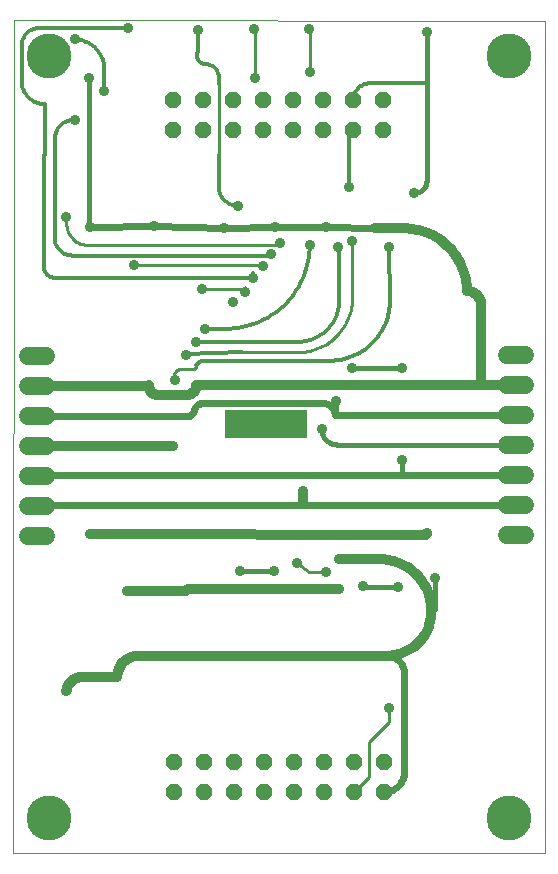
<source format=gbl>
G75*
G70*
%OFA0B0*%
%FSLAX24Y24*%
%IPPOS*%
%LPD*%
%AMOC8*
5,1,8,0,0,1.08239X$1,22.5*
%
%ADD10C,0.0000*%
%ADD11OC8,0.0560*%
%ADD12C,0.0600*%
%ADD13C,0.0436*%
%ADD14R,0.2756X0.0925*%
%ADD15C,0.1502*%
%ADD16C,0.0356*%
%ADD17C,0.0320*%
%ADD18C,0.0160*%
%ADD19C,0.0240*%
%ADD20C,0.0100*%
%ADD21C,0.0120*%
D10*
X001415Y000100D02*
X001454Y027856D01*
X019132Y027844D01*
X019132Y000100D01*
X001415Y000100D01*
D11*
X006769Y002155D03*
X006769Y003155D03*
X007769Y003155D03*
X007769Y002155D03*
X008769Y002155D03*
X008769Y003155D03*
X009769Y003155D03*
X009769Y002155D03*
X010769Y002155D03*
X010769Y003155D03*
X011769Y003155D03*
X011769Y002155D03*
X012769Y002155D03*
X012769Y003155D03*
X013769Y003155D03*
X013769Y002155D03*
X013754Y024198D03*
X013754Y025198D03*
X012754Y025198D03*
X012754Y024198D03*
X011754Y024198D03*
X011754Y025198D03*
X010754Y025198D03*
X010754Y024198D03*
X009754Y024198D03*
X009754Y025198D03*
X008754Y025198D03*
X008754Y024198D03*
X007754Y024198D03*
X007754Y025198D03*
X006754Y025198D03*
X006754Y024198D03*
D12*
X002502Y016683D02*
X001902Y016683D01*
X001902Y015683D02*
X002502Y015683D01*
X002502Y014683D02*
X001902Y014683D01*
X001902Y013683D02*
X002502Y013683D01*
X002502Y012683D02*
X001902Y012683D01*
X001902Y011683D02*
X002502Y011683D01*
X002502Y010683D02*
X001902Y010683D01*
X017887Y010722D02*
X018487Y010722D01*
X018487Y011722D02*
X017887Y011722D01*
X017887Y012722D02*
X018487Y012722D01*
X018487Y013722D02*
X017887Y013722D01*
X017887Y014722D02*
X018487Y014722D01*
X018487Y015722D02*
X017887Y015722D01*
X017887Y016722D02*
X018487Y016722D01*
D13*
X010628Y014588D03*
X010628Y014194D03*
X010037Y014194D03*
X010037Y014588D03*
X009446Y014588D03*
X009446Y014194D03*
X008856Y014194D03*
X008856Y014588D03*
D14*
X009840Y014391D03*
D15*
X002596Y026675D03*
X017950Y026675D03*
X017950Y001281D03*
X002596Y001281D03*
D16*
X003187Y005494D03*
X004880Y005966D03*
X006494Y006675D03*
X008029Y006675D03*
X007242Y008919D03*
X009013Y008919D03*
X008974Y009509D03*
X010116Y009509D03*
X010706Y008919D03*
X010864Y009785D03*
X011848Y009470D03*
X012281Y009903D03*
X012281Y008919D03*
X013069Y008998D03*
X014250Y008958D03*
X015470Y009273D03*
X015194Y010769D03*
X014368Y013210D03*
X014368Y016281D03*
X012714Y016281D03*
X012163Y015179D03*
X011691Y014234D03*
X011061Y012187D03*
X007517Y017147D03*
X007793Y017580D03*
X007163Y016714D03*
X006809Y015887D03*
X006730Y013683D03*
X003974Y010730D03*
X005194Y008840D03*
X009722Y006675D03*
X011336Y006675D03*
X013029Y006675D03*
X013935Y004943D03*
X008738Y018486D03*
X009132Y018801D03*
X009407Y019273D03*
X009722Y019667D03*
X009998Y020061D03*
X010313Y020454D03*
X010155Y020966D03*
X011297Y020376D03*
X011848Y020966D03*
X012242Y020297D03*
X012714Y020494D03*
X013462Y020927D03*
X013935Y020297D03*
X014761Y022108D03*
X012596Y022305D03*
X011297Y026124D03*
X011257Y027580D03*
X009446Y027580D03*
X009486Y025927D03*
X007557Y027541D03*
X005234Y027620D03*
X003935Y025927D03*
X004446Y025494D03*
X003462Y024549D03*
X003462Y027226D03*
X003187Y021320D03*
X003974Y020966D03*
X005431Y019706D03*
X006100Y021006D03*
X007714Y018919D03*
X008423Y020927D03*
X008895Y021675D03*
X015194Y027462D03*
X016533Y018840D03*
D17*
X016574Y018838D01*
X016615Y018833D01*
X016655Y018824D01*
X016694Y018812D01*
X016732Y018796D01*
X016769Y018777D01*
X016804Y018755D01*
X016836Y018730D01*
X016867Y018702D01*
X016895Y018671D01*
X016920Y018639D01*
X016942Y018604D01*
X016961Y018567D01*
X016977Y018529D01*
X016989Y018490D01*
X016998Y018450D01*
X017003Y018409D01*
X017005Y018368D01*
X017006Y018368D02*
X017006Y015722D01*
X018187Y015722D01*
X017006Y015722D02*
X007517Y015722D01*
X007517Y015691D01*
X007515Y015658D01*
X007510Y015626D01*
X007502Y015594D01*
X007490Y015563D01*
X007475Y015534D01*
X007457Y015506D01*
X007436Y015480D01*
X007413Y015457D01*
X007387Y015436D01*
X007360Y015418D01*
X007330Y015403D01*
X007299Y015391D01*
X007267Y015383D01*
X007235Y015378D01*
X007202Y015376D01*
X006218Y015376D01*
X006218Y015375D02*
X006187Y015377D01*
X006157Y015382D01*
X006127Y015390D01*
X006098Y015402D01*
X006071Y015417D01*
X006046Y015435D01*
X006023Y015456D01*
X006002Y015479D01*
X005984Y015504D01*
X005969Y015531D01*
X005957Y015560D01*
X005949Y015590D01*
X005944Y015620D01*
X005942Y015651D01*
X005943Y015651D02*
X005943Y015691D01*
X005942Y015687D01*
X005939Y015684D01*
X005935Y015683D01*
X002202Y015683D01*
X002202Y013683D02*
X006730Y013683D01*
X003974Y010730D02*
X015116Y010691D01*
X015116Y010690D02*
X015131Y010692D01*
X015146Y010696D01*
X015160Y010703D01*
X015172Y010713D01*
X015182Y010725D01*
X015189Y010739D01*
X015193Y010754D01*
X015195Y010769D01*
X013620Y009903D02*
X012281Y009903D01*
X012281Y008919D02*
X010706Y008919D01*
X009013Y008919D01*
X007242Y008919D01*
X007163Y008840D02*
X005194Y008840D01*
X005588Y006675D02*
X006494Y006675D01*
X008029Y006675D01*
X009722Y006675D01*
X011336Y006675D01*
X013029Y006675D01*
X013856Y006675D01*
X013932Y006677D01*
X014007Y006683D01*
X014083Y006692D01*
X014157Y006706D01*
X014231Y006723D01*
X014304Y006744D01*
X014376Y006768D01*
X014446Y006796D01*
X014515Y006828D01*
X014582Y006863D01*
X014647Y006901D01*
X014711Y006943D01*
X014772Y006988D01*
X014830Y007036D01*
X014887Y007087D01*
X014940Y007140D01*
X014991Y007197D01*
X015039Y007255D01*
X015084Y007316D01*
X015126Y007380D01*
X015164Y007445D01*
X015199Y007512D01*
X015231Y007581D01*
X015259Y007651D01*
X015283Y007723D01*
X015304Y007796D01*
X015321Y007870D01*
X015335Y007944D01*
X015344Y008020D01*
X015350Y008095D01*
X015352Y008171D01*
X015350Y008253D01*
X015344Y008336D01*
X015334Y008417D01*
X015321Y008499D01*
X015303Y008579D01*
X015282Y008659D01*
X015257Y008737D01*
X015228Y008815D01*
X015195Y008890D01*
X015159Y008965D01*
X015120Y009037D01*
X015077Y009107D01*
X015031Y009176D01*
X014981Y009242D01*
X014929Y009305D01*
X014874Y009366D01*
X014815Y009425D01*
X014754Y009480D01*
X014691Y009532D01*
X014625Y009582D01*
X014556Y009628D01*
X014486Y009671D01*
X014414Y009710D01*
X014339Y009746D01*
X014264Y009779D01*
X014186Y009808D01*
X014108Y009833D01*
X014028Y009854D01*
X013948Y009872D01*
X013866Y009885D01*
X013785Y009895D01*
X013702Y009901D01*
X013620Y009903D01*
X011061Y011761D02*
X011061Y012187D01*
X016533Y018840D02*
X016531Y018939D01*
X016524Y019038D01*
X016512Y019137D01*
X016495Y019235D01*
X016474Y019332D01*
X016448Y019428D01*
X016418Y019523D01*
X016384Y019616D01*
X016344Y019707D01*
X016301Y019796D01*
X016253Y019884D01*
X016202Y019968D01*
X016146Y020051D01*
X016086Y020130D01*
X016023Y020207D01*
X015956Y020280D01*
X015886Y020350D01*
X015813Y020417D01*
X015736Y020480D01*
X015657Y020540D01*
X015574Y020596D01*
X015490Y020647D01*
X015402Y020695D01*
X015313Y020738D01*
X015222Y020778D01*
X015129Y020812D01*
X015034Y020842D01*
X014938Y020868D01*
X014841Y020889D01*
X014743Y020906D01*
X014644Y020918D01*
X014545Y020925D01*
X014446Y020927D01*
X013462Y020927D01*
X005588Y006675D02*
X005537Y006673D01*
X005487Y006668D01*
X005437Y006659D01*
X005388Y006646D01*
X005340Y006630D01*
X005293Y006611D01*
X005248Y006588D01*
X005205Y006562D01*
X005163Y006534D01*
X005124Y006502D01*
X005087Y006467D01*
X005052Y006430D01*
X005020Y006391D01*
X004992Y006349D01*
X004966Y006306D01*
X004943Y006261D01*
X004924Y006214D01*
X004908Y006166D01*
X004895Y006117D01*
X004886Y006067D01*
X004881Y006017D01*
X004879Y005966D01*
X004880Y005966D02*
X003777Y005966D01*
X003777Y005967D02*
X003733Y005970D01*
X003689Y005969D01*
X003645Y005965D01*
X003601Y005957D01*
X003559Y005946D01*
X003517Y005931D01*
X003477Y005912D01*
X003438Y005891D01*
X003401Y005866D01*
X003367Y005839D01*
X003335Y005808D01*
X003305Y005775D01*
X003278Y005740D01*
X003255Y005703D01*
X003234Y005664D01*
X003217Y005623D01*
X003203Y005581D01*
X003193Y005538D01*
X003186Y005494D01*
D18*
X007163Y008840D02*
X007242Y008919D01*
X008974Y009509D02*
X010116Y009509D01*
X013069Y008998D02*
X013070Y008988D01*
X013074Y008979D01*
X013080Y008970D01*
X013089Y008964D01*
X013098Y008960D01*
X013108Y008959D01*
X013108Y008958D02*
X014250Y008958D01*
X015470Y009273D02*
X015470Y008289D01*
X015468Y008269D01*
X015463Y008249D01*
X015454Y008230D01*
X015442Y008213D01*
X015428Y008199D01*
X015411Y008187D01*
X015392Y008178D01*
X015372Y008173D01*
X015352Y008171D01*
X014368Y012722D02*
X014368Y013210D01*
X012202Y013722D02*
X018187Y013722D01*
X014368Y016281D02*
X012714Y016281D01*
X012163Y015179D02*
X012163Y014761D01*
X011690Y014234D02*
X011692Y014192D01*
X011697Y014150D01*
X011706Y014108D01*
X011718Y014068D01*
X011733Y014028D01*
X011752Y013990D01*
X011773Y013954D01*
X011798Y013920D01*
X011825Y013887D01*
X011855Y013857D01*
X011888Y013830D01*
X011922Y013805D01*
X011958Y013784D01*
X011996Y013765D01*
X012036Y013750D01*
X012076Y013738D01*
X012118Y013729D01*
X012160Y013724D01*
X012202Y013722D01*
X014761Y022108D02*
X014801Y022110D01*
X014841Y022115D01*
X014879Y022125D01*
X014917Y022137D01*
X014954Y022153D01*
X014989Y022173D01*
X015022Y022195D01*
X015053Y022221D01*
X015081Y022249D01*
X015107Y022280D01*
X015129Y022313D01*
X015149Y022348D01*
X015165Y022385D01*
X015177Y022423D01*
X015187Y022461D01*
X015192Y022501D01*
X015194Y022541D01*
X015194Y025769D01*
X015194Y027462D01*
X003935Y025927D02*
X003935Y021006D01*
X003936Y020996D01*
X003940Y020987D01*
X003946Y020978D01*
X003955Y020972D01*
X003964Y020968D01*
X003974Y020967D01*
D19*
X003974Y020966D02*
X006100Y021006D01*
X008423Y020927D01*
X010155Y020966D01*
X011848Y020966D01*
X013462Y020927D01*
X011746Y015100D02*
X007714Y015100D01*
X007683Y015098D01*
X007653Y015093D01*
X007623Y015085D01*
X007594Y015073D01*
X007567Y015058D01*
X007542Y015040D01*
X007519Y015019D01*
X007498Y014996D01*
X007480Y014971D01*
X007465Y014944D01*
X007453Y014915D01*
X007445Y014885D01*
X007440Y014855D01*
X007438Y014824D01*
X007439Y014824D02*
X007297Y014683D01*
X002202Y014683D01*
X002202Y014722D01*
X002202Y012722D02*
X002202Y012683D01*
X002202Y012722D02*
X014368Y012722D01*
X014604Y012722D01*
X018187Y012722D01*
X018187Y011722D02*
X011100Y011722D01*
X002202Y011722D01*
X002202Y011683D01*
X011746Y015100D02*
X011783Y015098D01*
X011820Y015093D01*
X011856Y015084D01*
X011891Y015071D01*
X011924Y015055D01*
X011956Y015036D01*
X011986Y015014D01*
X012013Y014989D01*
X012038Y014962D01*
X012060Y014932D01*
X012079Y014900D01*
X012095Y014867D01*
X012108Y014832D01*
X012117Y014796D01*
X012122Y014759D01*
X012124Y014722D01*
X018187Y014722D01*
X014446Y006084D02*
X014446Y002832D01*
X014444Y002781D01*
X014438Y002731D01*
X014429Y002681D01*
X014416Y002632D01*
X014399Y002585D01*
X014379Y002538D01*
X014355Y002494D01*
X014328Y002451D01*
X014298Y002410D01*
X014265Y002372D01*
X014229Y002336D01*
X014191Y002303D01*
X014150Y002273D01*
X014108Y002246D01*
X014063Y002222D01*
X014016Y002202D01*
X013969Y002185D01*
X013920Y002172D01*
X013870Y002163D01*
X013820Y002157D01*
X013769Y002155D01*
X014447Y006084D02*
X014445Y006130D01*
X014440Y006176D01*
X014431Y006222D01*
X014418Y006267D01*
X014402Y006310D01*
X014383Y006352D01*
X014360Y006393D01*
X014334Y006431D01*
X014305Y006468D01*
X014274Y006502D01*
X014240Y006533D01*
X014203Y006562D01*
X014165Y006588D01*
X014124Y006611D01*
X014082Y006630D01*
X014039Y006646D01*
X013994Y006659D01*
X013948Y006668D01*
X013902Y006673D01*
X013856Y006675D01*
D20*
X013935Y004943D02*
X013935Y004470D01*
X013265Y003801D01*
X013265Y002651D01*
X012769Y002155D01*
X011848Y009470D02*
X011257Y009470D01*
X010864Y009785D01*
X011100Y011722D02*
X011090Y011723D01*
X011081Y011727D01*
X011072Y011733D01*
X011066Y011742D01*
X011062Y011751D01*
X011061Y011761D01*
X012124Y014722D02*
X012134Y014723D01*
X012144Y014727D01*
X012152Y014733D01*
X012158Y014742D01*
X012162Y014751D01*
X012163Y014761D01*
X010864Y016793D02*
X009053Y016793D01*
X008738Y018486D02*
X008738Y018525D01*
X008739Y018535D01*
X008743Y018545D01*
X008749Y018553D01*
X008758Y018559D01*
X008767Y018563D01*
X008777Y018564D01*
X009132Y018801D02*
X009132Y018958D01*
X009131Y018958D02*
X009130Y018948D01*
X009126Y018939D01*
X009120Y018930D01*
X009112Y018924D01*
X009102Y018920D01*
X009092Y018919D01*
X007714Y018919D01*
X007793Y017620D02*
X007793Y017580D01*
X007163Y016754D02*
X007163Y016714D01*
X007517Y016360D02*
X007515Y016340D01*
X007510Y016320D01*
X007501Y016301D01*
X007489Y016284D01*
X007475Y016270D01*
X007458Y016258D01*
X007439Y016249D01*
X007419Y016244D01*
X007399Y016242D01*
X007006Y016242D01*
X006978Y016240D01*
X006950Y016235D01*
X006922Y016227D01*
X006896Y016215D01*
X006872Y016200D01*
X006850Y016183D01*
X006829Y016162D01*
X006812Y016140D01*
X006797Y016116D01*
X006785Y016090D01*
X006777Y016062D01*
X006772Y016034D01*
X006770Y016006D01*
X006769Y016006D02*
X006769Y015927D01*
X006809Y015887D01*
X005431Y019706D02*
X009722Y019706D01*
X009722Y019667D01*
X009998Y020061D02*
X009998Y020100D01*
X009999Y020110D01*
X010003Y020120D01*
X010009Y020128D01*
X010018Y020134D01*
X010027Y020138D01*
X010037Y020139D01*
X010155Y020376D02*
X003895Y020376D01*
X003895Y020375D02*
X003844Y020377D01*
X003794Y020382D01*
X003744Y020391D01*
X003695Y020404D01*
X003647Y020420D01*
X003600Y020439D01*
X003555Y020462D01*
X003512Y020488D01*
X003470Y020516D01*
X003431Y020548D01*
X003394Y020583D01*
X003359Y020620D01*
X003327Y020659D01*
X003299Y020701D01*
X003273Y020744D01*
X003250Y020789D01*
X003231Y020836D01*
X003215Y020884D01*
X003202Y020933D01*
X003193Y020983D01*
X003188Y021033D01*
X003186Y021084D01*
X003187Y021084D02*
X003187Y021320D01*
X008265Y023368D02*
X008265Y025730D01*
X009486Y025927D02*
X009486Y027541D01*
X009485Y027541D02*
X009484Y027551D01*
X009480Y027561D01*
X009474Y027569D01*
X009466Y027575D01*
X009456Y027579D01*
X009446Y027580D01*
X011257Y027580D02*
X011297Y027620D01*
X011297Y026124D01*
X010273Y020494D02*
X010271Y020474D01*
X010266Y020454D01*
X010257Y020435D01*
X010245Y020418D01*
X010231Y020404D01*
X010214Y020392D01*
X010195Y020383D01*
X010175Y020378D01*
X010155Y020376D01*
X010273Y020493D02*
X010283Y020492D01*
X010293Y020488D01*
X010301Y020482D01*
X010307Y020474D01*
X010311Y020464D01*
X010312Y020454D01*
X009407Y019431D02*
X009407Y019273D01*
X010864Y016793D02*
X010952Y016795D01*
X011040Y016801D01*
X011127Y016812D01*
X011214Y016826D01*
X011300Y016845D01*
X011385Y016868D01*
X011469Y016895D01*
X011552Y016926D01*
X011633Y016960D01*
X011712Y016999D01*
X011789Y017041D01*
X011864Y017087D01*
X011937Y017136D01*
X012008Y017189D01*
X012075Y017245D01*
X012141Y017304D01*
X012203Y017366D01*
X012262Y017432D01*
X012318Y017499D01*
X012371Y017570D01*
X012420Y017643D01*
X012466Y017718D01*
X012508Y017795D01*
X012547Y017874D01*
X012581Y017955D01*
X012612Y018038D01*
X012639Y018122D01*
X012662Y018207D01*
X012681Y018293D01*
X012695Y018380D01*
X012706Y018467D01*
X012712Y018555D01*
X012714Y018643D01*
X012714Y020494D01*
X014368Y012722D02*
X014386Y012706D01*
X014406Y012693D01*
X014428Y012684D01*
X014451Y012677D01*
X014474Y012673D01*
X014498Y012673D01*
X014521Y012677D01*
X014544Y012684D01*
X014566Y012693D01*
X014586Y012706D01*
X014604Y012722D01*
D21*
X011966Y016517D02*
X007675Y016517D01*
X007517Y016360D01*
X007163Y016754D02*
X009053Y016793D01*
X008502Y017580D02*
X007793Y017580D01*
X007517Y017147D02*
X010903Y017147D01*
X010975Y017149D01*
X011047Y017155D01*
X011119Y017164D01*
X011190Y017177D01*
X011260Y017194D01*
X011329Y017214D01*
X011397Y017239D01*
X011463Y017266D01*
X011529Y017297D01*
X011592Y017332D01*
X011654Y017369D01*
X011713Y017410D01*
X011770Y017454D01*
X011825Y017501D01*
X011877Y017551D01*
X011927Y017603D01*
X011974Y017658D01*
X012018Y017715D01*
X012059Y017774D01*
X012096Y017836D01*
X012131Y017899D01*
X012162Y017965D01*
X012189Y018031D01*
X012214Y018099D01*
X012234Y018168D01*
X012251Y018238D01*
X012264Y018309D01*
X012273Y018381D01*
X012279Y018453D01*
X012281Y018525D01*
X012281Y020257D01*
X012280Y020267D01*
X012276Y020277D01*
X012270Y020285D01*
X012262Y020291D01*
X012252Y020295D01*
X012242Y020296D01*
X013974Y018525D02*
X013972Y018429D01*
X013965Y018334D01*
X013954Y018239D01*
X013938Y018145D01*
X013917Y018052D01*
X013893Y017959D01*
X013864Y017868D01*
X013830Y017779D01*
X013793Y017691D01*
X013751Y017605D01*
X013705Y017521D01*
X013655Y017439D01*
X013602Y017360D01*
X013544Y017284D01*
X013484Y017210D01*
X013419Y017139D01*
X013352Y017072D01*
X013281Y017007D01*
X013207Y016947D01*
X013131Y016889D01*
X013052Y016836D01*
X012970Y016786D01*
X012886Y016740D01*
X012800Y016698D01*
X012712Y016661D01*
X012623Y016627D01*
X012532Y016598D01*
X012439Y016574D01*
X012346Y016553D01*
X012252Y016537D01*
X012157Y016526D01*
X012062Y016519D01*
X011966Y016517D01*
X013974Y018525D02*
X013935Y020297D01*
X012596Y022305D02*
X012596Y024041D01*
X012754Y024198D01*
X012753Y025198D02*
X012755Y025243D01*
X012760Y025287D01*
X012769Y025331D01*
X012781Y025374D01*
X012796Y025417D01*
X012815Y025457D01*
X012837Y025496D01*
X012862Y025534D01*
X012890Y025569D01*
X012920Y025602D01*
X012953Y025632D01*
X012988Y025660D01*
X013026Y025685D01*
X013065Y025707D01*
X013105Y025726D01*
X013148Y025741D01*
X013191Y025753D01*
X013235Y025762D01*
X013279Y025767D01*
X013324Y025769D01*
X015194Y025769D01*
X010037Y020139D02*
X010035Y020119D01*
X010030Y020099D01*
X010021Y020080D01*
X010009Y020063D01*
X009995Y020049D01*
X009978Y020037D01*
X009959Y020028D01*
X009939Y020023D01*
X009919Y020021D01*
X003383Y020021D01*
X003337Y020023D01*
X003291Y020028D01*
X003245Y020037D01*
X003200Y020050D01*
X003157Y020066D01*
X003115Y020085D01*
X003074Y020108D01*
X003036Y020134D01*
X002999Y020163D01*
X002965Y020194D01*
X002934Y020228D01*
X002905Y020265D01*
X002879Y020303D01*
X002856Y020344D01*
X002837Y020386D01*
X002821Y020429D01*
X002808Y020474D01*
X002799Y020520D01*
X002794Y020566D01*
X002792Y020612D01*
X002793Y020612D02*
X002793Y023880D01*
X002478Y023407D02*
X002478Y025061D01*
X002424Y025063D01*
X002371Y025068D01*
X002318Y025077D01*
X002266Y025090D01*
X002214Y025106D01*
X002164Y025126D01*
X002116Y025149D01*
X002069Y025176D01*
X002024Y025205D01*
X001981Y025238D01*
X001941Y025273D01*
X001903Y025311D01*
X001868Y025351D01*
X001835Y025394D01*
X001806Y025439D01*
X001779Y025486D01*
X001756Y025534D01*
X001736Y025584D01*
X001720Y025636D01*
X001707Y025688D01*
X001698Y025741D01*
X001693Y025794D01*
X001691Y025848D01*
X001691Y026990D01*
X001690Y026990D02*
X001692Y027039D01*
X001698Y027089D01*
X001707Y027137D01*
X001721Y027185D01*
X001738Y027231D01*
X001759Y027276D01*
X001783Y027319D01*
X001810Y027360D01*
X001841Y027399D01*
X001875Y027435D01*
X001911Y027469D01*
X001950Y027500D01*
X001991Y027527D01*
X002034Y027551D01*
X002079Y027572D01*
X002125Y027589D01*
X002173Y027603D01*
X002221Y027612D01*
X002271Y027618D01*
X002320Y027620D01*
X005234Y027620D01*
X004446Y026202D02*
X004446Y025494D01*
X004447Y026202D02*
X004446Y026263D01*
X004442Y026323D01*
X004434Y026384D01*
X004422Y026443D01*
X004407Y026502D01*
X004389Y026560D01*
X004366Y026616D01*
X004341Y026671D01*
X004312Y026724D01*
X004280Y026776D01*
X004245Y026826D01*
X004207Y026873D01*
X004167Y026918D01*
X004123Y026960D01*
X004078Y027000D01*
X004029Y027037D01*
X003979Y027071D01*
X003927Y027102D01*
X003873Y027129D01*
X003817Y027154D01*
X003760Y027174D01*
X003702Y027192D01*
X003643Y027206D01*
X003584Y027216D01*
X003523Y027223D01*
X003463Y027226D01*
X003462Y024549D02*
X003412Y024547D01*
X003362Y024542D01*
X003313Y024532D01*
X003265Y024519D01*
X003218Y024503D01*
X003172Y024483D01*
X003128Y024459D01*
X003085Y024433D01*
X003045Y024403D01*
X003007Y024370D01*
X002972Y024335D01*
X002939Y024297D01*
X002909Y024257D01*
X002883Y024215D01*
X002859Y024170D01*
X002839Y024124D01*
X002823Y024077D01*
X002810Y024029D01*
X002800Y023980D01*
X002795Y023930D01*
X002793Y023880D01*
X002478Y023407D02*
X002477Y023397D01*
X002473Y023388D01*
X002467Y023379D01*
X002459Y023373D01*
X002449Y023369D01*
X002439Y023368D01*
X002439Y019667D01*
X002438Y019667D02*
X002440Y019628D01*
X002446Y019590D01*
X002455Y019553D01*
X002468Y019516D01*
X002485Y019481D01*
X002504Y019448D01*
X002527Y019417D01*
X002553Y019388D01*
X002582Y019362D01*
X002613Y019339D01*
X002646Y019320D01*
X002681Y019303D01*
X002718Y019290D01*
X002755Y019281D01*
X002793Y019275D01*
X002832Y019273D01*
X009250Y019273D01*
X009250Y019274D02*
X009272Y019276D01*
X009294Y019280D01*
X009315Y019288D01*
X009335Y019299D01*
X009353Y019312D01*
X009369Y019328D01*
X009382Y019346D01*
X009393Y019366D01*
X009401Y019387D01*
X009405Y019409D01*
X009407Y019431D01*
X008502Y017581D02*
X008635Y017584D01*
X008768Y017594D01*
X008900Y017609D01*
X009031Y017632D01*
X009161Y017660D01*
X009289Y017694D01*
X009416Y017735D01*
X009541Y017781D01*
X009663Y017834D01*
X009783Y017892D01*
X009900Y017955D01*
X010013Y018025D01*
X010123Y018099D01*
X010230Y018179D01*
X010332Y018264D01*
X010431Y018353D01*
X010525Y018447D01*
X010614Y018546D01*
X010699Y018648D01*
X010779Y018755D01*
X010853Y018865D01*
X010923Y018979D01*
X010986Y019095D01*
X011044Y019215D01*
X011097Y019337D01*
X011143Y019462D01*
X011184Y019589D01*
X011218Y019717D01*
X011246Y019847D01*
X011269Y019978D01*
X011284Y020110D01*
X011294Y020243D01*
X011297Y020376D01*
X008895Y021675D02*
X008846Y021677D01*
X008796Y021683D01*
X008748Y021692D01*
X008700Y021706D01*
X008654Y021723D01*
X008609Y021744D01*
X008566Y021768D01*
X008525Y021795D01*
X008486Y021826D01*
X008450Y021860D01*
X008416Y021896D01*
X008385Y021935D01*
X008358Y021976D01*
X008334Y022019D01*
X008313Y022064D01*
X008296Y022110D01*
X008282Y022158D01*
X008273Y022206D01*
X008267Y022256D01*
X008265Y022305D01*
X008265Y023368D01*
X008265Y025730D02*
X008265Y025966D01*
X008263Y026006D01*
X008258Y026046D01*
X008248Y026084D01*
X008236Y026122D01*
X008220Y026159D01*
X008200Y026194D01*
X008178Y026227D01*
X008152Y026258D01*
X008124Y026286D01*
X008093Y026312D01*
X008060Y026334D01*
X008025Y026354D01*
X007988Y026370D01*
X007950Y026382D01*
X007912Y026392D01*
X007872Y026397D01*
X007832Y026399D01*
X007832Y026400D02*
X007799Y026402D01*
X007766Y026407D01*
X007735Y026417D01*
X007704Y026429D01*
X007675Y026445D01*
X007648Y026465D01*
X007624Y026487D01*
X007602Y026512D01*
X007583Y026539D01*
X007567Y026568D01*
X007555Y026599D01*
X007546Y026630D01*
X007541Y026663D01*
X007539Y026696D01*
X007541Y026729D01*
X007547Y026762D01*
X007557Y026793D01*
X007557Y027541D01*
M02*

</source>
